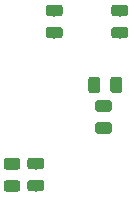
<source format=gbr>
G04 #@! TF.GenerationSoftware,KiCad,Pcbnew,5.1.1-8be2ce7~80~ubuntu18.10.1*
G04 #@! TF.CreationDate,2019-05-25T12:59:07+08:00*
G04 #@! TF.ProjectId,tas2562_dev_pcb,74617332-3536-4325-9f64-65765f706362,rev?*
G04 #@! TF.SameCoordinates,Original*
G04 #@! TF.FileFunction,Paste,Bot*
G04 #@! TF.FilePolarity,Positive*
%FSLAX46Y46*%
G04 Gerber Fmt 4.6, Leading zero omitted, Abs format (unit mm)*
G04 Created by KiCad (PCBNEW 5.1.1-8be2ce7~80~ubuntu18.10.1) date 2019-05-25 12:59:07*
%MOMM*%
%LPD*%
G04 APERTURE LIST*
%ADD10C,0.100000*%
%ADD11C,0.975000*%
G04 APERTURE END LIST*
D10*
G36*
X149832142Y-75429674D02*
G01*
X149855803Y-75433184D01*
X149879007Y-75438996D01*
X149901529Y-75447054D01*
X149923153Y-75457282D01*
X149943670Y-75469579D01*
X149962883Y-75483829D01*
X149980607Y-75499893D01*
X149996671Y-75517617D01*
X150010921Y-75536830D01*
X150023218Y-75557347D01*
X150033446Y-75578971D01*
X150041504Y-75601493D01*
X150047316Y-75624697D01*
X150050826Y-75648358D01*
X150052000Y-75672250D01*
X150052000Y-76159750D01*
X150050826Y-76183642D01*
X150047316Y-76207303D01*
X150041504Y-76230507D01*
X150033446Y-76253029D01*
X150023218Y-76274653D01*
X150010921Y-76295170D01*
X149996671Y-76314383D01*
X149980607Y-76332107D01*
X149962883Y-76348171D01*
X149943670Y-76362421D01*
X149923153Y-76374718D01*
X149901529Y-76384946D01*
X149879007Y-76393004D01*
X149855803Y-76398816D01*
X149832142Y-76402326D01*
X149808250Y-76403500D01*
X148895750Y-76403500D01*
X148871858Y-76402326D01*
X148848197Y-76398816D01*
X148824993Y-76393004D01*
X148802471Y-76384946D01*
X148780847Y-76374718D01*
X148760330Y-76362421D01*
X148741117Y-76348171D01*
X148723393Y-76332107D01*
X148707329Y-76314383D01*
X148693079Y-76295170D01*
X148680782Y-76274653D01*
X148670554Y-76253029D01*
X148662496Y-76230507D01*
X148656684Y-76207303D01*
X148653174Y-76183642D01*
X148652000Y-76159750D01*
X148652000Y-75672250D01*
X148653174Y-75648358D01*
X148656684Y-75624697D01*
X148662496Y-75601493D01*
X148670554Y-75578971D01*
X148680782Y-75557347D01*
X148693079Y-75536830D01*
X148707329Y-75517617D01*
X148723393Y-75499893D01*
X148741117Y-75483829D01*
X148760330Y-75469579D01*
X148780847Y-75457282D01*
X148802471Y-75447054D01*
X148824993Y-75438996D01*
X148848197Y-75433184D01*
X148871858Y-75429674D01*
X148895750Y-75428500D01*
X149808250Y-75428500D01*
X149832142Y-75429674D01*
X149832142Y-75429674D01*
G37*
D11*
X149352000Y-75916000D03*
D10*
G36*
X149832142Y-73554674D02*
G01*
X149855803Y-73558184D01*
X149879007Y-73563996D01*
X149901529Y-73572054D01*
X149923153Y-73582282D01*
X149943670Y-73594579D01*
X149962883Y-73608829D01*
X149980607Y-73624893D01*
X149996671Y-73642617D01*
X150010921Y-73661830D01*
X150023218Y-73682347D01*
X150033446Y-73703971D01*
X150041504Y-73726493D01*
X150047316Y-73749697D01*
X150050826Y-73773358D01*
X150052000Y-73797250D01*
X150052000Y-74284750D01*
X150050826Y-74308642D01*
X150047316Y-74332303D01*
X150041504Y-74355507D01*
X150033446Y-74378029D01*
X150023218Y-74399653D01*
X150010921Y-74420170D01*
X149996671Y-74439383D01*
X149980607Y-74457107D01*
X149962883Y-74473171D01*
X149943670Y-74487421D01*
X149923153Y-74499718D01*
X149901529Y-74509946D01*
X149879007Y-74518004D01*
X149855803Y-74523816D01*
X149832142Y-74527326D01*
X149808250Y-74528500D01*
X148895750Y-74528500D01*
X148871858Y-74527326D01*
X148848197Y-74523816D01*
X148824993Y-74518004D01*
X148802471Y-74509946D01*
X148780847Y-74499718D01*
X148760330Y-74487421D01*
X148741117Y-74473171D01*
X148723393Y-74457107D01*
X148707329Y-74439383D01*
X148693079Y-74420170D01*
X148680782Y-74399653D01*
X148670554Y-74378029D01*
X148662496Y-74355507D01*
X148656684Y-74332303D01*
X148653174Y-74308642D01*
X148652000Y-74284750D01*
X148652000Y-73797250D01*
X148653174Y-73773358D01*
X148656684Y-73749697D01*
X148662496Y-73726493D01*
X148670554Y-73703971D01*
X148680782Y-73682347D01*
X148693079Y-73661830D01*
X148707329Y-73642617D01*
X148723393Y-73624893D01*
X148741117Y-73608829D01*
X148760330Y-73594579D01*
X148780847Y-73582282D01*
X148802471Y-73572054D01*
X148824993Y-73563996D01*
X148848197Y-73558184D01*
X148871858Y-73554674D01*
X148895750Y-73553500D01*
X149808250Y-73553500D01*
X149832142Y-73554674D01*
X149832142Y-73554674D01*
G37*
D11*
X149352000Y-74041000D03*
D10*
G36*
X142085142Y-80334174D02*
G01*
X142108803Y-80337684D01*
X142132007Y-80343496D01*
X142154529Y-80351554D01*
X142176153Y-80361782D01*
X142196670Y-80374079D01*
X142215883Y-80388329D01*
X142233607Y-80404393D01*
X142249671Y-80422117D01*
X142263921Y-80441330D01*
X142276218Y-80461847D01*
X142286446Y-80483471D01*
X142294504Y-80505993D01*
X142300316Y-80529197D01*
X142303826Y-80552858D01*
X142305000Y-80576750D01*
X142305000Y-81064250D01*
X142303826Y-81088142D01*
X142300316Y-81111803D01*
X142294504Y-81135007D01*
X142286446Y-81157529D01*
X142276218Y-81179153D01*
X142263921Y-81199670D01*
X142249671Y-81218883D01*
X142233607Y-81236607D01*
X142215883Y-81252671D01*
X142196670Y-81266921D01*
X142176153Y-81279218D01*
X142154529Y-81289446D01*
X142132007Y-81297504D01*
X142108803Y-81303316D01*
X142085142Y-81306826D01*
X142061250Y-81308000D01*
X141148750Y-81308000D01*
X141124858Y-81306826D01*
X141101197Y-81303316D01*
X141077993Y-81297504D01*
X141055471Y-81289446D01*
X141033847Y-81279218D01*
X141013330Y-81266921D01*
X140994117Y-81252671D01*
X140976393Y-81236607D01*
X140960329Y-81218883D01*
X140946079Y-81199670D01*
X140933782Y-81179153D01*
X140923554Y-81157529D01*
X140915496Y-81135007D01*
X140909684Y-81111803D01*
X140906174Y-81088142D01*
X140905000Y-81064250D01*
X140905000Y-80576750D01*
X140906174Y-80552858D01*
X140909684Y-80529197D01*
X140915496Y-80505993D01*
X140923554Y-80483471D01*
X140933782Y-80461847D01*
X140946079Y-80441330D01*
X140960329Y-80422117D01*
X140976393Y-80404393D01*
X140994117Y-80388329D01*
X141013330Y-80374079D01*
X141033847Y-80361782D01*
X141055471Y-80351554D01*
X141077993Y-80343496D01*
X141101197Y-80337684D01*
X141124858Y-80334174D01*
X141148750Y-80333000D01*
X142061250Y-80333000D01*
X142085142Y-80334174D01*
X142085142Y-80334174D01*
G37*
D11*
X141605000Y-80820500D03*
D10*
G36*
X142085142Y-78459174D02*
G01*
X142108803Y-78462684D01*
X142132007Y-78468496D01*
X142154529Y-78476554D01*
X142176153Y-78486782D01*
X142196670Y-78499079D01*
X142215883Y-78513329D01*
X142233607Y-78529393D01*
X142249671Y-78547117D01*
X142263921Y-78566330D01*
X142276218Y-78586847D01*
X142286446Y-78608471D01*
X142294504Y-78630993D01*
X142300316Y-78654197D01*
X142303826Y-78677858D01*
X142305000Y-78701750D01*
X142305000Y-79189250D01*
X142303826Y-79213142D01*
X142300316Y-79236803D01*
X142294504Y-79260007D01*
X142286446Y-79282529D01*
X142276218Y-79304153D01*
X142263921Y-79324670D01*
X142249671Y-79343883D01*
X142233607Y-79361607D01*
X142215883Y-79377671D01*
X142196670Y-79391921D01*
X142176153Y-79404218D01*
X142154529Y-79414446D01*
X142132007Y-79422504D01*
X142108803Y-79428316D01*
X142085142Y-79431826D01*
X142061250Y-79433000D01*
X141148750Y-79433000D01*
X141124858Y-79431826D01*
X141101197Y-79428316D01*
X141077993Y-79422504D01*
X141055471Y-79414446D01*
X141033847Y-79404218D01*
X141013330Y-79391921D01*
X140994117Y-79377671D01*
X140976393Y-79361607D01*
X140960329Y-79343883D01*
X140946079Y-79324670D01*
X140933782Y-79304153D01*
X140923554Y-79282529D01*
X140915496Y-79260007D01*
X140909684Y-79236803D01*
X140906174Y-79213142D01*
X140905000Y-79189250D01*
X140905000Y-78701750D01*
X140906174Y-78677858D01*
X140909684Y-78654197D01*
X140915496Y-78630993D01*
X140923554Y-78608471D01*
X140933782Y-78586847D01*
X140946079Y-78566330D01*
X140960329Y-78547117D01*
X140976393Y-78529393D01*
X140994117Y-78513329D01*
X141013330Y-78499079D01*
X141033847Y-78486782D01*
X141055471Y-78476554D01*
X141077993Y-78468496D01*
X141101197Y-78462684D01*
X141124858Y-78459174D01*
X141148750Y-78458000D01*
X142061250Y-78458000D01*
X142085142Y-78459174D01*
X142085142Y-78459174D01*
G37*
D11*
X141605000Y-78945500D03*
D10*
G36*
X144091742Y-78436074D02*
G01*
X144115403Y-78439584D01*
X144138607Y-78445396D01*
X144161129Y-78453454D01*
X144182753Y-78463682D01*
X144203270Y-78475979D01*
X144222483Y-78490229D01*
X144240207Y-78506293D01*
X144256271Y-78524017D01*
X144270521Y-78543230D01*
X144282818Y-78563747D01*
X144293046Y-78585371D01*
X144301104Y-78607893D01*
X144306916Y-78631097D01*
X144310426Y-78654758D01*
X144311600Y-78678650D01*
X144311600Y-79166150D01*
X144310426Y-79190042D01*
X144306916Y-79213703D01*
X144301104Y-79236907D01*
X144293046Y-79259429D01*
X144282818Y-79281053D01*
X144270521Y-79301570D01*
X144256271Y-79320783D01*
X144240207Y-79338507D01*
X144222483Y-79354571D01*
X144203270Y-79368821D01*
X144182753Y-79381118D01*
X144161129Y-79391346D01*
X144138607Y-79399404D01*
X144115403Y-79405216D01*
X144091742Y-79408726D01*
X144067850Y-79409900D01*
X143155350Y-79409900D01*
X143131458Y-79408726D01*
X143107797Y-79405216D01*
X143084593Y-79399404D01*
X143062071Y-79391346D01*
X143040447Y-79381118D01*
X143019930Y-79368821D01*
X143000717Y-79354571D01*
X142982993Y-79338507D01*
X142966929Y-79320783D01*
X142952679Y-79301570D01*
X142940382Y-79281053D01*
X142930154Y-79259429D01*
X142922096Y-79236907D01*
X142916284Y-79213703D01*
X142912774Y-79190042D01*
X142911600Y-79166150D01*
X142911600Y-78678650D01*
X142912774Y-78654758D01*
X142916284Y-78631097D01*
X142922096Y-78607893D01*
X142930154Y-78585371D01*
X142940382Y-78563747D01*
X142952679Y-78543230D01*
X142966929Y-78524017D01*
X142982993Y-78506293D01*
X143000717Y-78490229D01*
X143019930Y-78475979D01*
X143040447Y-78463682D01*
X143062071Y-78453454D01*
X143084593Y-78445396D01*
X143107797Y-78439584D01*
X143131458Y-78436074D01*
X143155350Y-78434900D01*
X144067850Y-78434900D01*
X144091742Y-78436074D01*
X144091742Y-78436074D01*
G37*
D11*
X143611600Y-78922400D03*
D10*
G36*
X144091742Y-80311074D02*
G01*
X144115403Y-80314584D01*
X144138607Y-80320396D01*
X144161129Y-80328454D01*
X144182753Y-80338682D01*
X144203270Y-80350979D01*
X144222483Y-80365229D01*
X144240207Y-80381293D01*
X144256271Y-80399017D01*
X144270521Y-80418230D01*
X144282818Y-80438747D01*
X144293046Y-80460371D01*
X144301104Y-80482893D01*
X144306916Y-80506097D01*
X144310426Y-80529758D01*
X144311600Y-80553650D01*
X144311600Y-81041150D01*
X144310426Y-81065042D01*
X144306916Y-81088703D01*
X144301104Y-81111907D01*
X144293046Y-81134429D01*
X144282818Y-81156053D01*
X144270521Y-81176570D01*
X144256271Y-81195783D01*
X144240207Y-81213507D01*
X144222483Y-81229571D01*
X144203270Y-81243821D01*
X144182753Y-81256118D01*
X144161129Y-81266346D01*
X144138607Y-81274404D01*
X144115403Y-81280216D01*
X144091742Y-81283726D01*
X144067850Y-81284900D01*
X143155350Y-81284900D01*
X143131458Y-81283726D01*
X143107797Y-81280216D01*
X143084593Y-81274404D01*
X143062071Y-81266346D01*
X143040447Y-81256118D01*
X143019930Y-81243821D01*
X143000717Y-81229571D01*
X142982993Y-81213507D01*
X142966929Y-81195783D01*
X142952679Y-81176570D01*
X142940382Y-81156053D01*
X142930154Y-81134429D01*
X142922096Y-81111907D01*
X142916284Y-81088703D01*
X142912774Y-81065042D01*
X142911600Y-81041150D01*
X142911600Y-80553650D01*
X142912774Y-80529758D01*
X142916284Y-80506097D01*
X142922096Y-80482893D01*
X142930154Y-80460371D01*
X142940382Y-80438747D01*
X142952679Y-80418230D01*
X142966929Y-80399017D01*
X142982993Y-80381293D01*
X143000717Y-80365229D01*
X143019930Y-80350979D01*
X143040447Y-80338682D01*
X143062071Y-80328454D01*
X143084593Y-80320396D01*
X143107797Y-80314584D01*
X143131458Y-80311074D01*
X143155350Y-80309900D01*
X144067850Y-80309900D01*
X144091742Y-80311074D01*
X144091742Y-80311074D01*
G37*
D11*
X143611600Y-80797400D03*
D10*
G36*
X151203742Y-67357074D02*
G01*
X151227403Y-67360584D01*
X151250607Y-67366396D01*
X151273129Y-67374454D01*
X151294753Y-67384682D01*
X151315270Y-67396979D01*
X151334483Y-67411229D01*
X151352207Y-67427293D01*
X151368271Y-67445017D01*
X151382521Y-67464230D01*
X151394818Y-67484747D01*
X151405046Y-67506371D01*
X151413104Y-67528893D01*
X151418916Y-67552097D01*
X151422426Y-67575758D01*
X151423600Y-67599650D01*
X151423600Y-68087150D01*
X151422426Y-68111042D01*
X151418916Y-68134703D01*
X151413104Y-68157907D01*
X151405046Y-68180429D01*
X151394818Y-68202053D01*
X151382521Y-68222570D01*
X151368271Y-68241783D01*
X151352207Y-68259507D01*
X151334483Y-68275571D01*
X151315270Y-68289821D01*
X151294753Y-68302118D01*
X151273129Y-68312346D01*
X151250607Y-68320404D01*
X151227403Y-68326216D01*
X151203742Y-68329726D01*
X151179850Y-68330900D01*
X150267350Y-68330900D01*
X150243458Y-68329726D01*
X150219797Y-68326216D01*
X150196593Y-68320404D01*
X150174071Y-68312346D01*
X150152447Y-68302118D01*
X150131930Y-68289821D01*
X150112717Y-68275571D01*
X150094993Y-68259507D01*
X150078929Y-68241783D01*
X150064679Y-68222570D01*
X150052382Y-68202053D01*
X150042154Y-68180429D01*
X150034096Y-68157907D01*
X150028284Y-68134703D01*
X150024774Y-68111042D01*
X150023600Y-68087150D01*
X150023600Y-67599650D01*
X150024774Y-67575758D01*
X150028284Y-67552097D01*
X150034096Y-67528893D01*
X150042154Y-67506371D01*
X150052382Y-67484747D01*
X150064679Y-67464230D01*
X150078929Y-67445017D01*
X150094993Y-67427293D01*
X150112717Y-67411229D01*
X150131930Y-67396979D01*
X150152447Y-67384682D01*
X150174071Y-67374454D01*
X150196593Y-67366396D01*
X150219797Y-67360584D01*
X150243458Y-67357074D01*
X150267350Y-67355900D01*
X151179850Y-67355900D01*
X151203742Y-67357074D01*
X151203742Y-67357074D01*
G37*
D11*
X150723600Y-67843400D03*
D10*
G36*
X151203742Y-65482074D02*
G01*
X151227403Y-65485584D01*
X151250607Y-65491396D01*
X151273129Y-65499454D01*
X151294753Y-65509682D01*
X151315270Y-65521979D01*
X151334483Y-65536229D01*
X151352207Y-65552293D01*
X151368271Y-65570017D01*
X151382521Y-65589230D01*
X151394818Y-65609747D01*
X151405046Y-65631371D01*
X151413104Y-65653893D01*
X151418916Y-65677097D01*
X151422426Y-65700758D01*
X151423600Y-65724650D01*
X151423600Y-66212150D01*
X151422426Y-66236042D01*
X151418916Y-66259703D01*
X151413104Y-66282907D01*
X151405046Y-66305429D01*
X151394818Y-66327053D01*
X151382521Y-66347570D01*
X151368271Y-66366783D01*
X151352207Y-66384507D01*
X151334483Y-66400571D01*
X151315270Y-66414821D01*
X151294753Y-66427118D01*
X151273129Y-66437346D01*
X151250607Y-66445404D01*
X151227403Y-66451216D01*
X151203742Y-66454726D01*
X151179850Y-66455900D01*
X150267350Y-66455900D01*
X150243458Y-66454726D01*
X150219797Y-66451216D01*
X150196593Y-66445404D01*
X150174071Y-66437346D01*
X150152447Y-66427118D01*
X150131930Y-66414821D01*
X150112717Y-66400571D01*
X150094993Y-66384507D01*
X150078929Y-66366783D01*
X150064679Y-66347570D01*
X150052382Y-66327053D01*
X150042154Y-66305429D01*
X150034096Y-66282907D01*
X150028284Y-66259703D01*
X150024774Y-66236042D01*
X150023600Y-66212150D01*
X150023600Y-65724650D01*
X150024774Y-65700758D01*
X150028284Y-65677097D01*
X150034096Y-65653893D01*
X150042154Y-65631371D01*
X150052382Y-65609747D01*
X150064679Y-65589230D01*
X150078929Y-65570017D01*
X150094993Y-65552293D01*
X150112717Y-65536229D01*
X150131930Y-65521979D01*
X150152447Y-65509682D01*
X150174071Y-65499454D01*
X150196593Y-65491396D01*
X150219797Y-65485584D01*
X150243458Y-65482074D01*
X150267350Y-65480900D01*
X151179850Y-65480900D01*
X151203742Y-65482074D01*
X151203742Y-65482074D01*
G37*
D11*
X150723600Y-65968400D03*
D10*
G36*
X145666542Y-65482074D02*
G01*
X145690203Y-65485584D01*
X145713407Y-65491396D01*
X145735929Y-65499454D01*
X145757553Y-65509682D01*
X145778070Y-65521979D01*
X145797283Y-65536229D01*
X145815007Y-65552293D01*
X145831071Y-65570017D01*
X145845321Y-65589230D01*
X145857618Y-65609747D01*
X145867846Y-65631371D01*
X145875904Y-65653893D01*
X145881716Y-65677097D01*
X145885226Y-65700758D01*
X145886400Y-65724650D01*
X145886400Y-66212150D01*
X145885226Y-66236042D01*
X145881716Y-66259703D01*
X145875904Y-66282907D01*
X145867846Y-66305429D01*
X145857618Y-66327053D01*
X145845321Y-66347570D01*
X145831071Y-66366783D01*
X145815007Y-66384507D01*
X145797283Y-66400571D01*
X145778070Y-66414821D01*
X145757553Y-66427118D01*
X145735929Y-66437346D01*
X145713407Y-66445404D01*
X145690203Y-66451216D01*
X145666542Y-66454726D01*
X145642650Y-66455900D01*
X144730150Y-66455900D01*
X144706258Y-66454726D01*
X144682597Y-66451216D01*
X144659393Y-66445404D01*
X144636871Y-66437346D01*
X144615247Y-66427118D01*
X144594730Y-66414821D01*
X144575517Y-66400571D01*
X144557793Y-66384507D01*
X144541729Y-66366783D01*
X144527479Y-66347570D01*
X144515182Y-66327053D01*
X144504954Y-66305429D01*
X144496896Y-66282907D01*
X144491084Y-66259703D01*
X144487574Y-66236042D01*
X144486400Y-66212150D01*
X144486400Y-65724650D01*
X144487574Y-65700758D01*
X144491084Y-65677097D01*
X144496896Y-65653893D01*
X144504954Y-65631371D01*
X144515182Y-65609747D01*
X144527479Y-65589230D01*
X144541729Y-65570017D01*
X144557793Y-65552293D01*
X144575517Y-65536229D01*
X144594730Y-65521979D01*
X144615247Y-65509682D01*
X144636871Y-65499454D01*
X144659393Y-65491396D01*
X144682597Y-65485584D01*
X144706258Y-65482074D01*
X144730150Y-65480900D01*
X145642650Y-65480900D01*
X145666542Y-65482074D01*
X145666542Y-65482074D01*
G37*
D11*
X145186400Y-65968400D03*
D10*
G36*
X145666542Y-67357074D02*
G01*
X145690203Y-67360584D01*
X145713407Y-67366396D01*
X145735929Y-67374454D01*
X145757553Y-67384682D01*
X145778070Y-67396979D01*
X145797283Y-67411229D01*
X145815007Y-67427293D01*
X145831071Y-67445017D01*
X145845321Y-67464230D01*
X145857618Y-67484747D01*
X145867846Y-67506371D01*
X145875904Y-67528893D01*
X145881716Y-67552097D01*
X145885226Y-67575758D01*
X145886400Y-67599650D01*
X145886400Y-68087150D01*
X145885226Y-68111042D01*
X145881716Y-68134703D01*
X145875904Y-68157907D01*
X145867846Y-68180429D01*
X145857618Y-68202053D01*
X145845321Y-68222570D01*
X145831071Y-68241783D01*
X145815007Y-68259507D01*
X145797283Y-68275571D01*
X145778070Y-68289821D01*
X145757553Y-68302118D01*
X145735929Y-68312346D01*
X145713407Y-68320404D01*
X145690203Y-68326216D01*
X145666542Y-68329726D01*
X145642650Y-68330900D01*
X144730150Y-68330900D01*
X144706258Y-68329726D01*
X144682597Y-68326216D01*
X144659393Y-68320404D01*
X144636871Y-68312346D01*
X144615247Y-68302118D01*
X144594730Y-68289821D01*
X144575517Y-68275571D01*
X144557793Y-68259507D01*
X144541729Y-68241783D01*
X144527479Y-68222570D01*
X144515182Y-68202053D01*
X144504954Y-68180429D01*
X144496896Y-68157907D01*
X144491084Y-68134703D01*
X144487574Y-68111042D01*
X144486400Y-68087150D01*
X144486400Y-67599650D01*
X144487574Y-67575758D01*
X144491084Y-67552097D01*
X144496896Y-67528893D01*
X144504954Y-67506371D01*
X144515182Y-67484747D01*
X144527479Y-67464230D01*
X144541729Y-67445017D01*
X144557793Y-67427293D01*
X144575517Y-67411229D01*
X144594730Y-67396979D01*
X144615247Y-67384682D01*
X144636871Y-67374454D01*
X144659393Y-67366396D01*
X144682597Y-67360584D01*
X144706258Y-67357074D01*
X144730150Y-67355900D01*
X145642650Y-67355900D01*
X145666542Y-67357074D01*
X145666542Y-67357074D01*
G37*
D11*
X145186400Y-67843400D03*
D10*
G36*
X150699142Y-71564174D02*
G01*
X150722803Y-71567684D01*
X150746007Y-71573496D01*
X150768529Y-71581554D01*
X150790153Y-71591782D01*
X150810670Y-71604079D01*
X150829883Y-71618329D01*
X150847607Y-71634393D01*
X150863671Y-71652117D01*
X150877921Y-71671330D01*
X150890218Y-71691847D01*
X150900446Y-71713471D01*
X150908504Y-71735993D01*
X150914316Y-71759197D01*
X150917826Y-71782858D01*
X150919000Y-71806750D01*
X150919000Y-72719250D01*
X150917826Y-72743142D01*
X150914316Y-72766803D01*
X150908504Y-72790007D01*
X150900446Y-72812529D01*
X150890218Y-72834153D01*
X150877921Y-72854670D01*
X150863671Y-72873883D01*
X150847607Y-72891607D01*
X150829883Y-72907671D01*
X150810670Y-72921921D01*
X150790153Y-72934218D01*
X150768529Y-72944446D01*
X150746007Y-72952504D01*
X150722803Y-72958316D01*
X150699142Y-72961826D01*
X150675250Y-72963000D01*
X150187750Y-72963000D01*
X150163858Y-72961826D01*
X150140197Y-72958316D01*
X150116993Y-72952504D01*
X150094471Y-72944446D01*
X150072847Y-72934218D01*
X150052330Y-72921921D01*
X150033117Y-72907671D01*
X150015393Y-72891607D01*
X149999329Y-72873883D01*
X149985079Y-72854670D01*
X149972782Y-72834153D01*
X149962554Y-72812529D01*
X149954496Y-72790007D01*
X149948684Y-72766803D01*
X149945174Y-72743142D01*
X149944000Y-72719250D01*
X149944000Y-71806750D01*
X149945174Y-71782858D01*
X149948684Y-71759197D01*
X149954496Y-71735993D01*
X149962554Y-71713471D01*
X149972782Y-71691847D01*
X149985079Y-71671330D01*
X149999329Y-71652117D01*
X150015393Y-71634393D01*
X150033117Y-71618329D01*
X150052330Y-71604079D01*
X150072847Y-71591782D01*
X150094471Y-71581554D01*
X150116993Y-71573496D01*
X150140197Y-71567684D01*
X150163858Y-71564174D01*
X150187750Y-71563000D01*
X150675250Y-71563000D01*
X150699142Y-71564174D01*
X150699142Y-71564174D01*
G37*
D11*
X150431500Y-72263000D03*
D10*
G36*
X148824142Y-71564174D02*
G01*
X148847803Y-71567684D01*
X148871007Y-71573496D01*
X148893529Y-71581554D01*
X148915153Y-71591782D01*
X148935670Y-71604079D01*
X148954883Y-71618329D01*
X148972607Y-71634393D01*
X148988671Y-71652117D01*
X149002921Y-71671330D01*
X149015218Y-71691847D01*
X149025446Y-71713471D01*
X149033504Y-71735993D01*
X149039316Y-71759197D01*
X149042826Y-71782858D01*
X149044000Y-71806750D01*
X149044000Y-72719250D01*
X149042826Y-72743142D01*
X149039316Y-72766803D01*
X149033504Y-72790007D01*
X149025446Y-72812529D01*
X149015218Y-72834153D01*
X149002921Y-72854670D01*
X148988671Y-72873883D01*
X148972607Y-72891607D01*
X148954883Y-72907671D01*
X148935670Y-72921921D01*
X148915153Y-72934218D01*
X148893529Y-72944446D01*
X148871007Y-72952504D01*
X148847803Y-72958316D01*
X148824142Y-72961826D01*
X148800250Y-72963000D01*
X148312750Y-72963000D01*
X148288858Y-72961826D01*
X148265197Y-72958316D01*
X148241993Y-72952504D01*
X148219471Y-72944446D01*
X148197847Y-72934218D01*
X148177330Y-72921921D01*
X148158117Y-72907671D01*
X148140393Y-72891607D01*
X148124329Y-72873883D01*
X148110079Y-72854670D01*
X148097782Y-72834153D01*
X148087554Y-72812529D01*
X148079496Y-72790007D01*
X148073684Y-72766803D01*
X148070174Y-72743142D01*
X148069000Y-72719250D01*
X148069000Y-71806750D01*
X148070174Y-71782858D01*
X148073684Y-71759197D01*
X148079496Y-71735993D01*
X148087554Y-71713471D01*
X148097782Y-71691847D01*
X148110079Y-71671330D01*
X148124329Y-71652117D01*
X148140393Y-71634393D01*
X148158117Y-71618329D01*
X148177330Y-71604079D01*
X148197847Y-71591782D01*
X148219471Y-71581554D01*
X148241993Y-71573496D01*
X148265197Y-71567684D01*
X148288858Y-71564174D01*
X148312750Y-71563000D01*
X148800250Y-71563000D01*
X148824142Y-71564174D01*
X148824142Y-71564174D01*
G37*
D11*
X148556500Y-72263000D03*
M02*

</source>
